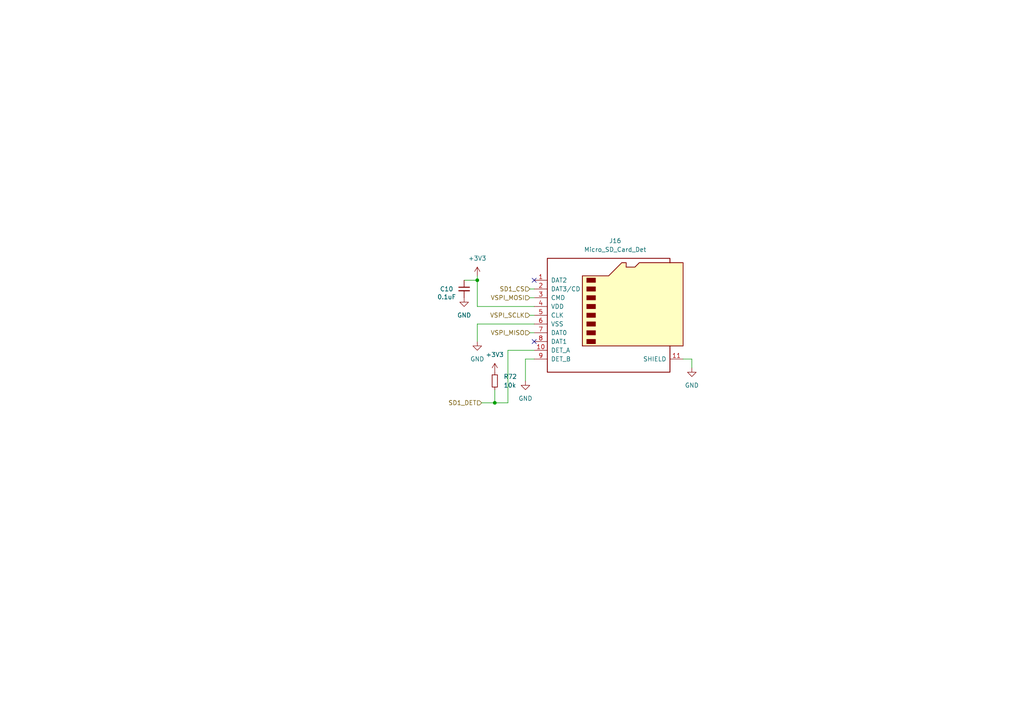
<source format=kicad_sch>
(kicad_sch (version 20230121) (generator eeschema)
  (paper "A4")
  (lib_symbols
    (symbol "Connector:Micro_SD_Card_Det" (pin_names (offset 1.016))
      (property "Reference" "J" (at -16.51 17.78 0))
      (property "Value" "Micro_SD_Card_Det" (at 16.51 17.78 0))
      (symbol "Micro_SD_Card_Det_0_1"
        (rectangle (start -7.62 -6.985) (end -5.08 -8.255) (fill (type outline)))
        (rectangle (start -7.62 -4.445) (end -5.08 -5.715) (fill (type outline)))
        (rectangle (start -7.62 -1.905) (end -5.08 -3.175) (fill (type outline)))
        (rectangle (start -7.62 0.635) (end -5.08 -0.635) (fill (type outline)))
        (rectangle (start -7.62 3.175) (end -5.08 1.905) (fill (type outline)))
        (rectangle (start -7.62 5.715) (end -5.08 4.445) (fill (type outline)))
        (rectangle (start -7.62 8.255) (end -5.08 6.985) (fill (type outline)))
        (rectangle (start -7.62 10.795) (end -5.08 9.525) (fill (type outline)))
        (polyline (pts (xy 16.51 15.24) (xy 16.51 16.51) (xy -19.05 16.51) (xy -19.05 -16.51) (xy 16.51 -16.51) (xy 16.51 -8.89)) (stroke (width 0.254)))
        (polyline (pts (xy -8.89 -8.89) (xy -8.89 11.43) (xy -1.27 11.43) (xy 2.54 15.24) (xy 3.81 15.24) (xy 3.81 13.97) (xy 6.35 13.97) (xy 7.62 15.24) (xy 20.32 15.24) (xy 20.32 -8.89) (xy -8.89 -8.89)) (stroke (width 0.254)) (fill (type background)))
      )
      (symbol "Micro_SD_Card_Det_1_1"
        (pin bidirectional line (at -22.86 10.16 0) (length 3.81) (name "DAT2") (number "1"))
        (pin passive line (at -22.86 -10.16 0) (length 3.81) (name "DET_A") (number "10"))
        (pin passive line (at 20.32 -12.7 180) (length 3.81) (name "SHIELD") (number "11"))
        (pin bidirectional line (at -22.86 7.62 0) (length 3.81) (name "DAT3/CD") (number "2"))
        (pin input line (at -22.86 5.08 0) (length 3.81) (name "CMD") (number "3"))
        (pin power_in line (at -22.86 2.54 0) (length 3.81) (name "VDD") (number "4"))
        (pin input line (at -22.86 0 0) (length 3.81) (name "CLK") (number "5"))
        (pin power_in line (at -22.86 -2.54 0) (length 3.81) (name "VSS") (number "6"))
        (pin bidirectional line (at -22.86 -5.08 0) (length 3.81) (name "DAT0") (number "7"))
        (pin bidirectional line (at -22.86 -7.62 0) (length 3.81) (name "DAT1") (number "8"))
        (pin passive line (at -22.86 -12.7 0) (length 3.81) (name "DET_B") (number "9"))
      )
    )
    (symbol "Device:C_Small" (pin_numbers hide) (pin_names (offset 0.254) hide)
      (property "Reference" "C" (at 0.254 1.778 0))
      (property "Value" "C_Small" (at 0.254 -2.032 0))
      (symbol "C_Small_0_1"
        (polyline (pts (xy -1.524 -0.508) (xy 1.524 -0.508)) (stroke (width 0.3302)))
        (polyline (pts (xy -1.524 0.508) (xy 1.524 0.508)) (stroke (width 0.3048)))
      )
      (symbol "C_Small_1_1"
        (pin passive line (at 0 2.54 270) (length 2.032) (name "~") (number "1"))
        (pin passive line (at 0 -2.54 90) (length 2.032) (name "~") (number "2"))
      )
    )
    (symbol "Device:R_Small" (pin_numbers hide) (pin_names (offset 0.254) hide)
      (property "Reference" "R" (at 0.762 0.508 0))
      (property "Value" "R_Small" (at 0.762 -1.016 0))
      (symbol "R_Small_0_1"
        (rectangle (start -0.762 1.778) (end 0.762 -1.778) (stroke (width 0.2032)))
      )
      (symbol "R_Small_1_1"
        (pin passive line (at 0 2.54 270) (length 0.762) (name "~") (number "1"))
        (pin passive line (at 0 -2.54 90) (length 0.762) (name "~") (number "2"))
      )
    )
    (symbol "power:+3.3V" (power) (pin_names (offset 0))
      (property "Value" "+3.3V" (at 0 3.556 0))
      (symbol "+3.3V_0_1"
        (polyline (pts (xy -0.762 1.27) (xy 0 2.54)))
        (polyline (pts (xy 0 0) (xy 0 2.54)))
        (polyline (pts (xy 0 2.54) (xy 0.762 1.27)))
      )
      (symbol "+3.3V_1_1"
        (pin power_in line (at 0 0 90) (length 0) hide (name "+3V3") (number "1"))
      )
    )
    (symbol "power:GND" (power) (pin_names (offset 0))
      (property "Value" "GND" (at 0 -3.81 0))
      (symbol "GND_0_1"
        (polyline (pts (xy 0 0) (xy 0 -1.27) (xy 1.27 -1.27) (xy 0 -2.54) (xy -1.27 -1.27) (xy 0 -1.27)))
      )
      (symbol "GND_1_1"
        (pin power_in line (at 0 0 270) (length 0) hide (name "GND") (number "1"))
      )
    )
  )
  (junction (at 138.43 81.28))
  (junction (at 143.51 116.84))
  (no_connect (at 154.94 99.06))
  (no_connect (at 154.94 81.28))
  (wire (pts (xy 152.4 104.14) (xy 152.4 110.49)))
  (wire (pts (xy 154.94 88.9) (xy 138.43 88.9)))
  (wire (pts (xy 147.32 101.6) (xy 147.32 116.84)))
  (wire (pts (xy 200.66 104.14) (xy 200.66 106.68)))
  (wire (pts (xy 138.43 93.98) (xy 138.43 99.06)))
  (wire (pts (xy 198.12 104.14) (xy 200.66 104.14)))
  (wire (pts (xy 138.43 80.01) (xy 138.43 81.28)))
  (wire (pts (xy 153.67 91.44) (xy 154.94 91.44)))
  (wire (pts (xy 134.62 81.28) (xy 138.43 81.28)))
  (wire (pts (xy 139.7 116.84) (xy 143.51 116.84)))
  (wire (pts (xy 153.67 96.52) (xy 154.94 96.52)))
  (wire (pts (xy 154.94 104.14) (xy 152.4 104.14)))
  (wire (pts (xy 154.94 101.6) (xy 147.32 101.6)))
  (wire (pts (xy 138.43 81.28) (xy 138.43 88.9)))
  (wire (pts (xy 153.67 83.82) (xy 154.94 83.82)))
  (wire (pts (xy 147.32 116.84) (xy 143.51 116.84)))
  (wire (pts (xy 154.94 93.98) (xy 138.43 93.98)))
  (wire (pts (xy 153.67 86.36) (xy 154.94 86.36)))
  (wire (pts (xy 143.51 113.03) (xy 143.51 116.84)))
  (hierarchical_label "VSPI_MISO" (shape input) (at 153.67 96.52 180))
  (hierarchical_label "VSPI_MOSI" (shape input) (at 153.67 86.36 180))
  (hierarchical_label "VSPI_SCLK" (shape input) (at 153.67 91.44 180))
  (hierarchical_label "SD1_DET" (shape input) (at 139.7 116.84 180))
  (hierarchical_label "SD1_CS" (shape input) (at 153.67 83.82 180))
  (symbol (lib_id "Device:C_Small") (at 134.62 83.82 0) (unit 1)
    (property "Reference" "C10" (at 129.54 83.82 0))
    (property "Value" "0.1uF" (at 129.54 86.1314 0))
    (property "Footprint" "Capacitor_SMD:C_0402_1005Metric" (effects hide))
    (instances (project "sensorboard" (path "" (reference "C10") (unit 1)) (path "" (reference "C90") (unit 1))))
  )
  (symbol (lib_id "power:GND") (at 134.62 86.36 0) (unit 1)
    (property "Reference" "#PWR077" (effects hide))
    (property "Value" "GND" (at 134.62 91.44 0))
  )
  (symbol (lib_id "Device:R_Small") (at 143.51 110.49 0) (unit 1)
    (property "Reference" "R72" (at 146.05 109.2199 0) (effects (justify left)))
    (property "Value" "10k" (at 146.05 111.7599 0) (effects (justify left)))
    (property "Footprint" "Resistor_SMD:R_0402_1005Metric" (effects hide))
  )
  (symbol (lib_id "power:GND") (at 152.4 110.49 0) (unit 1)
    (property "Reference" "#PWR0160" (effects hide))
    (property "Value" "GND" (at 152.4 115.57 0))
  )
  (symbol (lib_id "power:+3.3V") (at 138.43 80.01 0) (unit 1)
    (property "Reference" "#PWR0157" (effects hide))
    (property "Value" "+3.3V" (at 138.43 74.93 0))
  )
  (symbol (lib_id "power:GND") (at 138.43 99.06 0) (unit 1)
    (property "Reference" "#PWR0158" (effects hide))
    (property "Value" "GND" (at 138.43 104.14 0))
  )
  (symbol (lib_id "power:+3.3V") (at 143.51 107.95 0) (unit 1)
    (property "Reference" "#PWR0159" (effects hide))
    (property "Value" "+3.3V" (at 143.51 102.87 0))
  )
  (symbol (lib_id "power:GND") (at 200.66 106.68 0) (unit 1)
    (property "Reference" "#PWR0161" (effects hide))
    (property "Value" "GND" (at 200.66 111.76 0))
  )
  (symbol (lib_id "Connector:Micro_SD_Card_Det") (at 177.8 91.44 0) (unit 1)
    (property "Reference" "J16" (at 178.435 69.85 0))
    (property "Value" "Micro_SD_Card_Det" (at 178.435 72.39 0))
    (property "Footprint" "Connector_Card:microSD_HC_Hirose_DM3AT-SF-PEJM5" (effects hide))
    (property "Datasheet" "https://www.hirose.com/product/en/download_file/key_name/DM3/category/Catalog/doc_file_id/49662/?file_category_id=4&item_id=195&is_series=1" (effects hide))
  )
)
</source>
